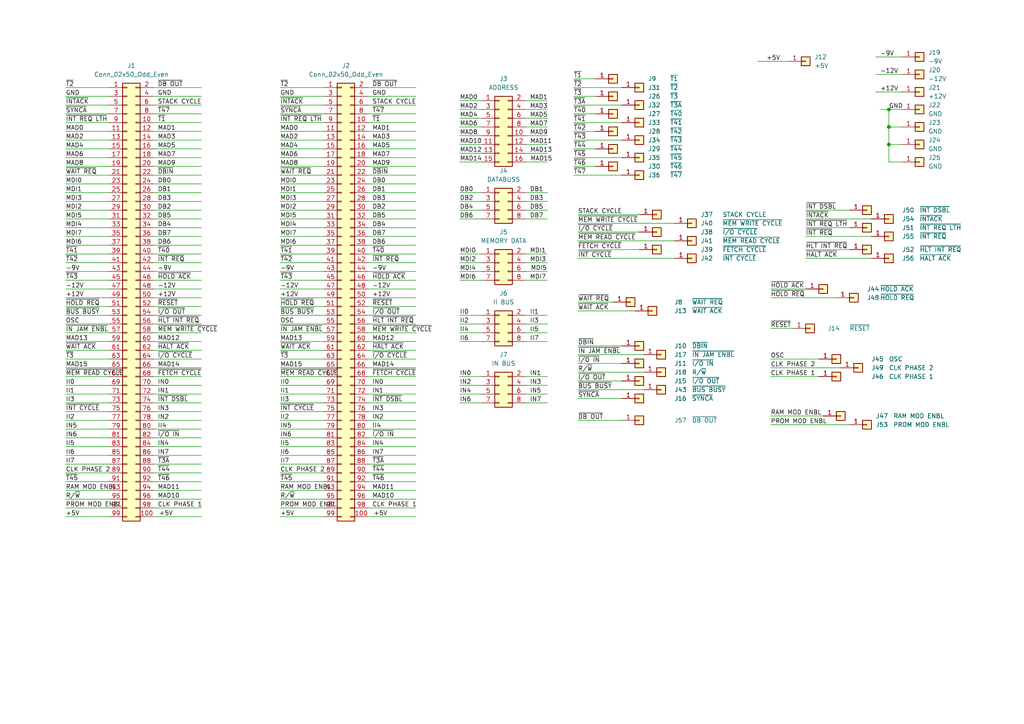
<source format=kicad_sch>
(kicad_sch (version 20211123) (generator eeschema)
  (paper "A4")
  (junction (at 257.81 31.75))
  (junction (at 257.81 41.91))
  (junction (at 257.81 36.83))
  (wire (pts (xy 167.64 67.31) (xy 185.42 67.31)))
  (wire (pts (xy 158.75 114.3) (xy 152.4 114.3)))
  (wire (pts (xy 81.28 45.72) (xy 93.98 45.72)))
  (wire (pts (xy 233.68 68.58) (xy 252.73 68.58)))
  (wire (pts (xy 257.81 41.91) (xy 257.81 36.83)))
  (wire (pts (xy 19.05 68.58) (xy 31.75 68.58)))
  (wire (pts (xy 19.05 139.7) (xy 31.75 139.7)))
  (wire (pts (xy 223.52 86.36) (xy 242.57 86.36)))
  (wire (pts (xy 139.7 29.21) (xy 133.35 29.21)))
  (wire (pts (xy 106.68 71.12) (xy 120.65 71.12)))
  (wire (pts (xy 81.28 86.36) (xy 93.98 86.36)))
  (wire (pts (xy 81.28 81.28) (xy 93.98 81.28)))
  (wire (pts (xy 19.05 55.88) (xy 31.75 55.88)))
  (wire (pts (xy 81.28 137.16) (xy 93.98 137.16)))
  (wire (pts (xy 44.45 124.46) (xy 58.42 124.46)))
  (wire (pts (xy 106.68 27.94) (xy 120.65 27.94)))
  (wire (pts (xy 81.28 149.86) (xy 93.98 149.86)))
  (wire (pts (xy 44.45 149.86) (xy 58.42 149.86)))
  (wire (pts (xy 44.45 30.48) (xy 58.42 30.48)))
  (wire (pts (xy 166.37 25.4) (xy 180.34 25.4)))
  (wire (pts (xy 19.05 99.06) (xy 31.75 99.06)))
  (wire (pts (xy 81.28 119.38) (xy 93.98 119.38)))
  (wire (pts (xy 19.05 93.98) (xy 31.75 93.98)))
  (wire (pts (xy 19.05 132.08) (xy 31.75 132.08)))
  (wire (pts (xy 106.68 43.18) (xy 120.65 43.18)))
  (wire (pts (xy 19.05 88.9) (xy 31.75 88.9)))
  (wire (pts (xy 106.68 139.7) (xy 120.65 139.7)))
  (wire (pts (xy 19.05 40.64) (xy 31.75 40.64)))
  (wire (pts (xy 106.68 91.44) (xy 120.65 91.44)))
  (wire (pts (xy 81.28 93.98) (xy 93.98 93.98)))
  (wire (pts (xy 139.7 111.76) (xy 133.35 111.76)))
  (wire (pts (xy 44.45 76.2) (xy 58.42 76.2)))
  (wire (pts (xy 172.72 22.86) (xy 166.37 22.86)))
  (wire (pts (xy 139.7 116.84) (xy 133.35 116.84)))
  (wire (pts (xy 106.68 142.24) (xy 120.65 142.24)))
  (wire (pts (xy 44.45 27.94) (xy 58.42 27.94)))
  (wire (pts (xy 219.71 17.78) (xy 228.6 17.78)))
  (wire (pts (xy 172.72 48.26) (xy 166.37 48.26)))
  (wire (pts (xy 19.05 142.24) (xy 31.75 142.24)))
  (wire (pts (xy 167.64 87.63) (xy 177.8 87.63)))
  (wire (pts (xy 166.37 30.48) (xy 180.34 30.48)))
  (wire (pts (xy 106.68 30.48) (xy 120.65 30.48)))
  (wire (pts (xy 139.7 39.37) (xy 133.35 39.37)))
  (wire (pts (xy 223.52 104.14) (xy 237.49 104.14)))
  (wire (pts (xy 167.64 62.23) (xy 185.42 62.23)))
  (wire (pts (xy 257.81 36.83) (xy 257.81 31.75)))
  (wire (pts (xy 106.68 35.56) (xy 120.65 35.56)))
  (wire (pts (xy 44.45 147.32) (xy 58.42 147.32)))
  (wire (pts (xy 81.28 48.26) (xy 93.98 48.26)))
  (wire (pts (xy 44.45 93.98) (xy 58.42 93.98)))
  (wire (pts (xy 19.05 60.96) (xy 31.75 60.96)))
  (wire (pts (xy 158.75 44.45) (xy 152.4 44.45)))
  (wire (pts (xy 223.52 106.68) (xy 243.84 106.68)))
  (wire (pts (xy 19.05 86.36) (xy 31.75 86.36)))
  (wire (pts (xy 158.75 63.5) (xy 152.4 63.5)))
  (wire (pts (xy 81.28 101.6) (xy 93.98 101.6)))
  (wire (pts (xy 158.75 31.75) (xy 152.4 31.75)))
  (wire (pts (xy 139.7 93.98) (xy 133.35 93.98)))
  (wire (pts (xy 139.7 46.99) (xy 133.35 46.99)))
  (wire (pts (xy 44.45 134.62) (xy 58.42 134.62)))
  (wire (pts (xy 44.45 45.72) (xy 58.42 45.72)))
  (wire (pts (xy 106.68 93.98) (xy 120.65 93.98)))
  (wire (pts (xy 158.75 73.66) (xy 152.4 73.66)))
  (wire (pts (xy 19.05 101.6) (xy 31.75 101.6)))
  (wire (pts (xy 139.7 34.29) (xy 133.35 34.29)))
  (wire (pts (xy 106.68 104.14) (xy 120.65 104.14)))
  (wire (pts (xy 81.28 147.32) (xy 93.98 147.32)))
  (wire (pts (xy 172.72 33.02) (xy 166.37 33.02)))
  (wire (pts (xy 81.28 88.9) (xy 93.98 88.9)))
  (wire (pts (xy 81.28 127) (xy 93.98 127)))
  (wire (pts (xy 81.28 96.52) (xy 93.98 96.52)))
  (wire (pts (xy 106.68 68.58) (xy 120.65 68.58)))
  (wire (pts (xy 81.28 27.94) (xy 93.98 27.94)))
  (wire (pts (xy 81.28 109.22) (xy 93.98 109.22)))
  (wire (pts (xy 158.75 60.96) (xy 152.4 60.96)))
  (wire (pts (xy 19.05 58.42) (xy 31.75 58.42)))
  (wire (pts (xy 106.68 58.42) (xy 120.65 58.42)))
  (wire (pts (xy 257.81 31.75) (xy 261.62 31.75)))
  (wire (pts (xy 167.64 72.39) (xy 185.42 72.39)))
  (wire (pts (xy 44.45 127) (xy 58.42 127)))
  (wire (pts (xy 166.37 35.56) (xy 180.34 35.56)))
  (wire (pts (xy 44.45 53.34) (xy 58.42 53.34)))
  (wire (pts (xy 233.68 60.96) (xy 246.38 60.96)))
  (wire (pts (xy 19.05 119.38) (xy 31.75 119.38)))
  (wire (pts (xy 158.75 39.37) (xy 152.4 39.37)))
  (wire (pts (xy 106.68 76.2) (xy 120.65 76.2)))
  (wire (pts (xy 81.28 38.1) (xy 93.98 38.1)))
  (wire (pts (xy 81.28 25.4) (xy 93.98 25.4)))
  (wire (pts (xy 19.05 73.66) (xy 31.75 73.66)))
  (wire (pts (xy 172.72 38.1) (xy 166.37 38.1)))
  (wire (pts (xy 106.68 119.38) (xy 120.65 119.38)))
  (wire (pts (xy 44.45 66.04) (xy 58.42 66.04)))
  (wire (pts (xy 81.28 144.78) (xy 93.98 144.78)))
  (wire (pts (xy 81.28 83.82) (xy 93.98 83.82)))
  (wire (pts (xy 81.28 99.06) (xy 93.98 99.06)))
  (wire (pts (xy 44.45 73.66) (xy 58.42 73.66)))
  (wire (pts (xy 81.28 63.5) (xy 93.98 63.5)))
  (wire (pts (xy 139.7 109.22) (xy 133.35 109.22)))
  (wire (pts (xy 106.68 83.82) (xy 120.65 83.82)))
  (wire (pts (xy 257.81 41.91) (xy 261.62 41.91)))
  (wire (pts (xy 19.05 33.02) (xy 31.75 33.02)))
  (wire (pts (xy 139.7 73.66) (xy 133.35 73.66)))
  (wire (pts (xy 19.05 106.68) (xy 31.75 106.68)))
  (wire (pts (xy 44.45 33.02) (xy 58.42 33.02)))
  (wire (pts (xy 167.64 100.33) (xy 180.34 100.33)))
  (wire (pts (xy 81.28 134.62) (xy 93.98 134.62)))
  (wire (pts (xy 158.75 91.44) (xy 152.4 91.44)))
  (wire (pts (xy 81.28 124.46) (xy 93.98 124.46)))
  (wire (pts (xy 158.75 111.76) (xy 152.4 111.76)))
  (wire (pts (xy 81.28 73.66) (xy 93.98 73.66)))
  (wire (pts (xy 81.28 43.18) (xy 93.98 43.18)))
  (wire (pts (xy 19.05 53.34) (xy 31.75 53.34)))
  (wire (pts (xy 139.7 36.83) (xy 133.35 36.83)))
  (wire (pts (xy 19.05 111.76) (xy 31.75 111.76)))
  (wire (pts (xy 81.28 58.42) (xy 93.98 58.42)))
  (wire (pts (xy 167.64 64.77) (xy 195.58 64.77)))
  (wire (pts (xy 166.37 50.8) (xy 180.34 50.8)))
  (wire (pts (xy 158.75 96.52) (xy 152.4 96.52)))
  (wire (pts (xy 158.75 36.83) (xy 152.4 36.83)))
  (wire (pts (xy 106.68 147.32) (xy 120.65 147.32)))
  (wire (pts (xy 44.45 48.26) (xy 58.42 48.26)))
  (wire (pts (xy 172.72 27.94) (xy 166.37 27.94)))
  (wire (pts (xy 139.7 31.75) (xy 133.35 31.75)))
  (wire (pts (xy 44.45 109.22) (xy 58.42 109.22)))
  (wire (pts (xy 106.68 137.16) (xy 120.65 137.16)))
  (wire (pts (xy 139.7 76.2) (xy 133.35 76.2)))
  (wire (pts (xy 139.7 60.96) (xy 133.35 60.96)))
  (wire (pts (xy 166.37 45.72) (xy 180.34 45.72)))
  (wire (pts (xy 19.05 66.04) (xy 31.75 66.04)))
  (wire (pts (xy 106.68 129.54) (xy 120.65 129.54)))
  (wire (pts (xy 44.45 101.6) (xy 58.42 101.6)))
  (wire (pts (xy 44.45 50.8) (xy 58.42 50.8)))
  (wire (pts (xy 139.7 58.42) (xy 133.35 58.42)))
  (wire (pts (xy 44.45 43.18) (xy 58.42 43.18)))
  (wire (pts (xy 19.05 63.5) (xy 31.75 63.5)))
  (wire (pts (xy 44.45 96.52) (xy 58.42 96.52)))
  (wire (pts (xy 81.28 139.7) (xy 93.98 139.7)))
  (wire (pts (xy 139.7 41.91) (xy 133.35 41.91)))
  (wire (pts (xy 233.68 74.93) (xy 252.73 74.93)))
  (wire (pts (xy 106.68 45.72) (xy 120.65 45.72)))
  (wire (pts (xy 139.7 99.06) (xy 133.35 99.06)))
  (wire (pts (xy 106.68 109.22) (xy 120.65 109.22)))
  (wire (pts (xy 158.75 93.98) (xy 152.4 93.98)))
  (wire (pts (xy 106.68 63.5) (xy 120.65 63.5)))
  (wire (pts (xy 106.68 38.1) (xy 120.65 38.1)))
  (wire (pts (xy 106.68 25.4) (xy 120.65 25.4)))
  (wire (pts (xy 44.45 111.76) (xy 58.42 111.76)))
  (wire (pts (xy 44.45 91.44) (xy 58.42 91.44)))
  (wire (pts (xy 19.05 104.14) (xy 31.75 104.14)))
  (wire (pts (xy 106.68 124.46) (xy 120.65 124.46)))
  (wire (pts (xy 223.52 83.82) (xy 233.68 83.82)))
  (wire (pts (xy 44.45 114.3) (xy 58.42 114.3)))
  (wire (pts (xy 106.68 33.02) (xy 120.65 33.02)))
  (wire (pts (xy 139.7 91.44) (xy 133.35 91.44)))
  (wire (pts (xy 81.28 35.56) (xy 93.98 35.56)))
  (wire (pts (xy 261.62 46.99) (xy 257.81 46.99)))
  (wire (pts (xy 158.75 34.29) (xy 152.4 34.29)))
  (wire (pts (xy 19.05 147.32) (xy 31.75 147.32)))
  (wire (pts (xy 167.64 121.92) (xy 180.34 121.92)))
  (wire (pts (xy 44.45 129.54) (xy 58.42 129.54)))
  (wire (pts (xy 44.45 142.24) (xy 58.42 142.24)))
  (wire (pts (xy 139.7 78.74) (xy 133.35 78.74)))
  (wire (pts (xy 19.05 127) (xy 31.75 127)))
  (wire (pts (xy 19.05 137.16) (xy 31.75 137.16)))
  (wire (pts (xy 44.45 99.06) (xy 58.42 99.06)))
  (wire (pts (xy 44.45 139.7) (xy 58.42 139.7)))
  (wire (pts (xy 106.68 55.88) (xy 120.65 55.88)))
  (wire (pts (xy 19.05 30.48) (xy 31.75 30.48)))
  (wire (pts (xy 81.28 30.48) (xy 93.98 30.48)))
  (wire (pts (xy 19.05 71.12) (xy 31.75 71.12)))
  (wire (pts (xy 167.64 113.03) (xy 186.69 113.03)))
  (wire (pts (xy 106.68 101.6) (xy 120.65 101.6)))
  (wire (pts (xy 44.45 144.78) (xy 58.42 144.78)))
  (wire (pts (xy 106.68 144.78) (xy 120.65 144.78)))
  (wire (pts (xy 44.45 35.56) (xy 58.42 35.56)))
  (wire (pts (xy 44.45 81.28) (xy 58.42 81.28)))
  (wire (pts (xy 106.68 48.26) (xy 120.65 48.26)))
  (wire (pts (xy 158.75 99.06) (xy 152.4 99.06)))
  (wire (pts (xy 19.05 43.18) (xy 31.75 43.18)))
  (wire (pts (xy 19.05 134.62) (xy 31.75 134.62)))
  (wire (pts (xy 106.68 86.36) (xy 120.65 86.36)))
  (wire (pts (xy 44.45 88.9) (xy 58.42 88.9)))
  (wire (pts (xy 81.28 50.8) (xy 93.98 50.8)))
  (wire (pts (xy 44.45 60.96) (xy 58.42 60.96)))
  (wire (pts (xy 19.05 48.26) (xy 31.75 48.26)))
  (wire (pts (xy 19.05 124.46) (xy 31.75 124.46)))
  (wire (pts (xy 44.45 58.42) (xy 58.42 58.42)))
  (wire (pts (xy 19.05 45.72) (xy 31.75 45.72)))
  (wire (pts (xy 44.45 104.14) (xy 58.42 104.14)))
  (wire (pts (xy 44.45 40.64) (xy 58.42 40.64)))
  (wire (pts (xy 233.68 63.5) (xy 252.73 63.5)))
  (wire (pts (xy 44.45 78.74) (xy 58.42 78.74)))
  (wire (pts (xy 158.75 41.91) (xy 152.4 41.91)))
  (wire (pts (xy 223.52 109.22) (xy 237.49 109.22)))
  (wire (pts (xy 44.45 71.12) (xy 58.42 71.12)))
  (wire (pts (xy 106.68 149.86) (xy 120.65 149.86)))
  (wire (pts (xy 44.45 137.16) (xy 58.42 137.16)))
  (wire (pts (xy 19.05 144.78) (xy 31.75 144.78)))
  (wire (pts (xy 255.27 31.75) (xy 257.81 31.75)))
  (wire (pts (xy 44.45 116.84) (xy 58.42 116.84)))
  (wire (pts (xy 19.05 91.44) (xy 31.75 91.44)))
  (wire (pts (xy 106.68 127) (xy 120.65 127)))
  (wire (pts (xy 158.75 109.22) (xy 152.4 109.22)))
  (wire (pts (xy 167.64 74.93) (xy 195.58 74.93)))
  (wire (pts (xy 158.75 81.28) (xy 152.4 81.28)))
  (wire (pts (xy 81.28 116.84) (xy 93.98 116.84)))
  (wire (pts (xy 19.05 76.2) (xy 31.75 76.2)))
  (wire (pts (xy 44.45 119.38) (xy 58.42 119.38)))
  (wire (pts (xy 139.7 63.5) (xy 133.35 63.5)))
  (wire (pts (xy 19.05 129.54) (xy 31.75 129.54)))
  (wire (pts (xy 81.28 104.14) (xy 93.98 104.14)))
  (wire (pts (xy 81.28 142.24) (xy 93.98 142.24)))
  (wire (pts (xy 19.05 81.28) (xy 31.75 81.28)))
  (wire (pts (xy 158.75 58.42) (xy 152.4 58.42)))
  (wire (pts (xy 81.28 33.02) (xy 93.98 33.02)))
  (wire (pts (xy 44.45 86.36) (xy 58.42 86.36)))
  (wire (pts (xy 81.28 68.58) (xy 93.98 68.58)))
  (wire (pts (xy 81.28 71.12) (xy 93.98 71.12)))
  (wire (pts (xy 158.75 55.88) (xy 152.4 55.88)))
  (wire (pts (xy 167.64 105.41) (xy 180.34 105.41)))
  (wire (pts (xy 106.68 81.28) (xy 120.65 81.28)))
  (wire (pts (xy 19.05 27.94) (xy 31.75 27.94)))
  (wire (pts (xy 139.7 81.28) (xy 133.35 81.28)))
  (wire (pts (xy 106.68 114.3) (xy 120.65 114.3)))
  (wire (pts (xy 81.28 55.88) (xy 93.98 55.88)))
  (wire (pts (xy 44.45 25.4) (xy 58.42 25.4)))
  (wire (pts (xy 81.28 40.64) (xy 93.98 40.64)))
  (wire (pts (xy 106.68 88.9) (xy 120.65 88.9)))
  (wire (pts (xy 106.68 99.06) (xy 120.65 99.06)))
  (wire (pts (xy 81.28 91.44) (xy 93.98 91.44)))
  (wire (pts (xy 257.81 46.99) (xy 257.81 41.91)))
  (wire (pts (xy 167.64 110.49) (xy 180.34 110.49)))
  (wire (pts (xy 44.45 68.58) (xy 58.42 68.58)))
  (wire (pts (xy 106.68 66.04) (xy 120.65 66.04)))
  (wire (pts (xy 233.68 72.39) (xy 246.38 72.39)))
  (wire (pts (xy 19.05 114.3) (xy 31.75 114.3)))
  (wire (pts (xy 106.68 106.68) (xy 120.65 106.68)))
  (wire (pts (xy 81.28 121.92) (xy 93.98 121.92)))
  (wire (pts (xy 223.52 120.65) (xy 238.76 120.65)))
  (wire (pts (xy 106.68 78.74) (xy 120.65 78.74)))
  (wire (pts (xy 81.28 60.96) (xy 93.98 60.96)))
  (wire (pts (xy 19.05 149.86) (xy 31.75 149.86)))
  (wire (pts (xy 139.7 55.88) (xy 133.35 55.88)))
  (wire (pts (xy 81.28 132.08) (xy 93.98 132.08)))
  (wire (pts (xy 254 16.51) (xy 261.62 16.51)))
  (wire (pts (xy 81.28 114.3) (xy 93.98 114.3)))
  (wire (pts (xy 254 21.59) (xy 261.62 21.59)))
  (wire (pts (xy 81.28 76.2) (xy 93.98 76.2)))
  (wire (pts (xy 167.64 115.57) (xy 180.34 115.57)))
  (wire (pts (xy 158.75 29.21) (xy 152.4 29.21)))
  (wire (pts (xy 19.05 25.4) (xy 31.75 25.4)))
  (wire (pts (xy 139.7 114.3) (xy 133.35 114.3)))
  (wire (pts (xy 167.64 69.85) (xy 195.58 69.85)))
  (wire (pts (xy 106.68 60.96) (xy 120.65 60.96)))
  (wire (pts (xy 44.45 106.68) (xy 58.42 106.68)))
  (wire (pts (xy 139.7 44.45) (xy 133.35 44.45)))
  (wire (pts (xy 158.75 78.74) (xy 152.4 78.74)))
  (wire (pts (xy 44.45 83.82) (xy 58.42 83.82)))
  (wire (pts (xy 19.05 35.56) (xy 31.75 35.56)))
  (wire (pts (xy 158.75 76.2) (xy 152.4 76.2)))
  (wire (pts (xy 19.05 83.82) (xy 31.75 83.82)))
  (wire (pts (xy 167.64 102.87) (xy 186.69 102.87)))
  (wire (pts (xy 106.68 50.8) (xy 120.65 50.8)))
  (wire (pts (xy 106.68 40.64) (xy 120.65 40.64)))
  (wire (pts (xy 44.45 121.92) (xy 58.42 121.92)))
  (wire (pts (xy 106.68 116.84) (xy 120.65 116.84)))
  (wire (pts (xy 166.37 40.64) (xy 180.34 40.64)))
  (wire (pts (xy 19.05 121.92) (xy 31.75 121.92)))
  (wire (pts (xy 19.05 50.8) (xy 31.75 50.8)))
  (wire (pts (xy 172.72 43.18) (xy 166.37 43.18)))
  (wire (pts (xy 223.52 95.25) (xy 229.87 95.25)))
  (wire (pts (xy 19.05 116.84) (xy 31.75 116.84)))
  (wire (pts (xy 44.45 55.88) (xy 58.42 55.88)))
  (wire (pts (xy 106.68 53.34) (xy 120.65 53.34)))
  (wire (pts (xy 167.64 90.17) (xy 184.15 90.17)))
  (wire (pts (xy 81.28 66.04) (xy 93.98 66.04)))
  (wire (pts (xy 44.45 132.08) (xy 58.42 132.08)))
  (wire (pts (xy 81.28 106.68) (xy 93.98 106.68)))
  (wire (pts (xy 81.28 129.54) (xy 93.98 129.54)))
  (wire (pts (xy 106.68 96.52) (xy 120.65 96.52)))
  (wire (pts (xy 106.68 73.66) (xy 120.65 73.66)))
  (wire (pts (xy 19.05 96.52) (xy 31.75 96.52)))
  (wire (pts (xy 19.05 109.22) (xy 31.75 109.22)))
  (wire (pts (xy 106.68 132.08) (xy 120.65 132.08)))
  (wire (pts (xy 233.68 66.04) (xy 246.38 66.04)))
  (wire (pts (xy 167.64 107.95) (xy 186.69 107.95)))
  (wire (pts (xy 44.45 63.5) (xy 58.42 63.5)))
  (wire (pts (xy 106.68 121.92) (xy 120.65 121.92)))
  (wire (pts (xy 81.28 53.34) (xy 93.98 53.34)))
  (wire (pts (xy 257.81 36.83) (xy 261.62 36.83)))
  (wire (pts (xy 81.28 78.74) (xy 93.98 78.74)))
  (wire (pts (xy 254 26.67) (xy 261.62 26.67)))
  (wire (pts (xy 81.28 111.76) (xy 93.98 111.76)))
  (wire (pts (xy 158.75 116.84) (xy 152.4 116.84)))
  (wire (pts (xy 19.05 38.1) (xy 31.75 38.1)))
  (wire (pts (xy 44.45 38.1) (xy 58.42 38.1)))
  (wire (pts (xy 223.52 123.19) (xy 246.38 123.19)))
  (wire (pts (xy 158.75 46.99) (xy 152.4 46.99)))
  (wire (pts (xy 106.68 111.76) (xy 120.65 111.76)))
  (wire (pts (xy 139.7 96.52) (xy 133.35 96.52)))
  (wire (pts (xy 19.05 78.74) (xy 31.75 78.74)))
  (wire (pts (xy 106.68 134.62) (xy 120.65 134.62)))
  (label "MAD1" (at 107.95 38.1 0))
  (label "~{T41}" (at 81.28 73.66 0))
  (label "~{T3}" (at 19.05 104.14 0))
  (label "~{INT REQ LTH}" (at 81.28 35.56 0))
  (label "~{INT REQ LTH}" (at 233.68 66.04 0))
  (label "DB4" (at 45.72 66.04 0))
  (label "~{T40}" (at 166.37 33.02 0))
  (label "~{WAIT ACK}" (at 19.05 101.6 0))
  (label "IN6" (at 81.28 127 0))
  (label "MDI5" (at 19.05 63.5 0))
  (label "~{INT REQ}" (at 45.72 76.2 0))
  (label "MDI6" (at 133.35 81.28 0))
  (label "IN7" (at 153.67 116.84 0))
  (label "II5" (at 153.67 96.52 0))
  (label "RAM MOD ENBL" (at 223.52 120.65 0))
  (label "~{I{slash}O CYCLE}" (at 107.95 104.14 0))
  (label "+12V" (at 19.05 86.36 0))
  (label "MAD13" (at 19.05 99.06 0))
  (label "~{DB OUT}" (at 167.64 121.92 0))
  (label "~{T46}" (at 107.95 139.7 0))
  (label "~{T42}" (at 166.37 38.1 0))
  (label "MAD13" (at 81.28 99.06 0))
  (label "DB0" (at 45.72 53.34 0))
  (label "II2" (at 19.05 121.92 0))
  (label "~{I{slash}O OUT}" (at 107.95 91.44 0))
  (label "~{HLT INT REQ}" (at 45.72 93.98 0))
  (label "~{MEM WRITE CYCLE}" (at 107.95 96.52 0))
  (label "II7" (at 153.67 99.06 0))
  (label "GND" (at 81.28 27.94 0))
  (label "IN2" (at 107.95 121.92 0))
  (label "IN0" (at 107.95 111.76 0))
  (label "IN4" (at 107.95 129.54 0))
  (label "MDI6" (at 19.05 71.12 0))
  (label "MAD0" (at 19.05 38.1 0))
  (label "II6" (at 133.35 99.06 0))
  (label "MDI5" (at 81.28 63.5 0))
  (label "II0" (at 133.35 91.44 0))
  (label "~{WAIT ACK}" (at 167.64 90.17 0))
  (label "MAD15" (at 81.28 106.68 0))
  (label "IN5" (at 153.67 114.3 0))
  (label "RAM MOD ENBL" (at 81.28 142.24 0))
  (label "~{I{slash}O IN}" (at 167.64 105.41 0))
  (label "II2" (at 133.35 93.98 0))
  (label "-12V" (at 255.27 21.59 0))
  (label "DB1" (at 45.72 55.88 0))
  (label "MAD8" (at 19.05 48.26 0))
  (label "MAD10" (at 107.95 144.78 0))
  (label "MDI7" (at 153.67 81.28 0))
  (label "MAD9" (at 107.95 48.26 0))
  (label "MAD4" (at 133.35 34.29 0))
  (label "CLK PHASE 2" (at 223.52 106.68 0))
  (label "~{BUS BUSY}" (at 167.64 113.03 0))
  (label "II3" (at 153.67 93.98 0))
  (label "II1" (at 81.28 114.3 0))
  (label "MDI7" (at 19.05 68.58 0))
  (label "MAD14" (at 107.95 106.68 0))
  (label "IN6" (at 19.05 127 0))
  (label "~{T2}" (at 19.05 25.4 0))
  (label "~{T47}" (at 45.72 33.02 0))
  (label "MAD12" (at 107.95 99.06 0))
  (label "+5V" (at 19.05 149.86 0))
  (label "~{INTACK}" (at 19.05 30.48 0))
  (label "II1" (at 19.05 114.3 0))
  (label "~{HOLD ACK}" (at 223.52 83.82 0))
  (label "~{WAIT REQ}" (at 81.28 50.8 0))
  (label "MAD3" (at 45.72 40.64 0))
  (label "MAD8" (at 81.28 48.26 0))
  (label "~{T46}" (at 45.72 139.7 0))
  (label "CLK PHASE 2" (at 81.28 137.16 0))
  (label "II4" (at 133.35 96.52 0))
  (label "DB3" (at 107.95 58.42 0))
  (label "~{I{slash}O OUT}" (at 45.72 91.44 0))
  (label "IN1" (at 153.67 109.22 0))
  (label "~{INTACK}" (at 233.68 63.5 0))
  (label "~{T44}" (at 45.72 137.16 0))
  (label "MAD0" (at 133.35 29.21 0))
  (label "~{T42}" (at 81.28 76.2 0))
  (label "~{SYNCA}" (at 81.28 33.02 0))
  (label "MAD15" (at 19.05 106.68 0))
  (label "II0" (at 19.05 111.76 0))
  (label "MAD10" (at 45.72 144.78 0))
  (label "~{FETCH CYCLE}" (at 167.64 72.39 0))
  (label "MAD1" (at 45.72 38.1 0))
  (label "II4" (at 107.95 124.46 0))
  (label "~{T46}" (at 166.37 48.26 0))
  (label "CLK PHASE 1" (at 223.52 109.22 0))
  (label "PROM MOD ENBL" (at 223.52 123.19 0))
  (label "~{T3}" (at 166.37 27.94 0))
  (label "-9V" (at 107.95 78.74 0))
  (label "MAD10" (at 133.35 41.91 0))
  (label "II2" (at 81.28 121.92 0))
  (label "~{T43}" (at 19.05 81.28 0))
  (label "MDI6" (at 81.28 71.12 0))
  (label "MAD11" (at 45.72 142.24 0))
  (label "MAD14" (at 133.35 46.99 0))
  (label "-9V" (at 45.72 78.74 0))
  (label "DB3" (at 45.72 58.42 0))
  (label "+12V" (at 81.28 86.36 0))
  (label "~{T44}" (at 107.95 137.16 0))
  (label "~{T3A}" (at 107.95 134.62 0))
  (label "~{MEM WRITE CYCLE}" (at 167.64 64.77 0))
  (label "~{T1}" (at 166.37 22.86 0))
  (label "~{T41}" (at 19.05 73.66 0))
  (label "MAD1" (at 153.67 29.21 0))
  (label "II4" (at 45.72 124.46 0))
  (label "~{IN JAM ENBL}" (at 167.64 102.87 0))
  (label "MAD5" (at 107.95 43.18 0))
  (label "DB2" (at 133.35 58.42 0))
  (label "~{RESET}" (at 45.72 88.9 0))
  (label "IN0" (at 45.72 111.76 0))
  (label "MAD0" (at 81.28 38.1 0))
  (label "~{WAIT REQ}" (at 167.64 87.63 0))
  (label "MDI7" (at 81.28 68.58 0))
  (label "~{HOLD REQ}" (at 223.52 86.36 0))
  (label "DB1" (at 153.67 55.88 0))
  (label "~{FETCH CYCLE}" (at 45.72 109.22 0))
  (label "~{T47}" (at 166.37 50.8 0))
  (label "~{T40}" (at 107.95 73.66 0))
  (label "MDI4" (at 81.28 66.04 0))
  (label "+5V" (at 108.3269 149.86 0))
  (label "~{I{slash}O CYCLE}" (at 167.64 67.31 0))
  (label "MDI2" (at 19.05 60.96 0))
  (label "DB0" (at 133.35 55.88 0))
  (label "II5" (at 81.28 129.54 0))
  (label "MDI4" (at 133.35 78.74 0))
  (label "GND" (at 19.05 27.94 0))
  (label "II6" (at 19.05 132.08 0))
  (label "~{T3A}" (at 166.37 30.48 0))
  (label "~{T42}" (at 19.05 76.2 0))
  (label "IN4" (at 133.35 114.3 0))
  (label "DB6" (at 133.35 63.5 0))
  (label "DB5" (at 45.72 63.5 0))
  (label "~{I{slash}O CYCLE}" (at 45.72 104.14 0))
  (label "~{INT REQ}" (at 107.95 76.2 0))
  (label "DB5" (at 107.95 63.5 0))
  (label "CLK PHASE 1" (at 45.72 147.32 0))
  (label "IN5" (at 19.05 124.46 0))
  (label "~{DBIN}" (at 45.72 50.8 0))
  (label "~{DBIN}" (at 167.64 100.33 0))
  (label "IN4" (at 45.72 129.54 0))
  (label "RAM MOD ENBL" (at 19.05 142.24 0))
  (label "MDI3" (at 19.05 58.42 0))
  (label "MAD6" (at 19.05 45.72 0))
  (label "DB7" (at 153.67 63.5 0))
  (label "MAD2" (at 81.28 40.64 0))
  (label "MDI5" (at 153.907 78.74 0))
  (label "+5V" (at 81.28 149.86 0))
  (label "MAD4" (at 81.28 43.18 0))
  (label "~{MEM WRITE CYCLE}" (at 45.72 96.52 0))
  (label "MDI4" (at 19.05 66.04 0))
  (label "DB1" (at 107.95 55.88 0))
  (label "~{INTACK}" (at 81.28 30.48 0))
  (label "PROM MOD ENBL" (at 81.28 147.32 0))
  (label "CLK PHASE 2" (at 19.05 137.16 0))
  (label "II6" (at 81.28 132.08 0))
  (label "MAD3" (at 107.95 40.64 0))
  (label "~{T1}" (at 45.72 35.56 0))
  (label "~{T1}" (at 107.95 35.56 0))
  (label "II0" (at 81.28 111.76 0))
  (label "~{HLT INT REQ}" (at 107.95 93.98 0))
  (label "OSC" (at 81.28 93.98 0))
  (label "~{T3}" (at 81.28 104.14 0))
  (label "DB6" (at 107.95 71.12 0))
  (label "~{DB OUT}" (at 107.95 25.4 0))
  (label "IN3" (at 107.95 119.38 0))
  (label "~{T41}" (at 166.37 35.56 0))
  (label "~{FETCH CYCLE}" (at 107.95 109.22 0))
  (label "II3" (at 81.28 116.84 0))
  (label "MAD14" (at 45.72 106.68 0))
  (label "DB6" (at 45.72 71.12 0))
  (label "~{T3A}" (at 45.72 134.62 0))
  (label "~{MEM READ CYCLE}" (at 81.28 109.22 0))
  (label "DB5" (at 153.67 60.96 0))
  (label "~{INT REQ}" (at 233.68 68.58 0))
  (label "IN5" (at 81.28 124.46 0))
  (label "STACK CYCLE" (at 107.95 30.48 0))
  (label "~{MEM READ CYCLE}" (at 19.05 109.22 0))
  (label "~{DB OUT}" (at 45.72 25.4 0))
  (label "R{slash}~{W}" (at 81.28 144.78 0))
  (label "~{T45}" (at 81.28 139.7 0))
  (label "+12V" (at 107.95 86.36 0))
  (label "MDI0" (at 19.05 53.34 0))
  (label "OSC" (at 223.52 104.14 0))
  (label "II7" (at 19.05 134.62 0))
  (label "~{HALT ACK}" (at 45.72 101.6 0))
  (label "DB7" (at 45.72 68.58 0))
  (label "DB4" (at 107.95 66.04 0))
  (label "II3" (at 19.05 116.84 0))
  (label "OSC" (at 19.05 93.98 0))
  (label "-12V" (at 107.95 83.82 0))
  (label "+12V" (at 45.72 86.36 0))
  (label "~{T2}" (at 166.37 25.4 0))
  (label "IN0" (at 133.35 109.22 0))
  (label "MAD12" (at 133.35 44.45 0))
  (label "MAD8" (at 133.35 39.37 0))
  (label "~{T45}" (at 19.05 139.7 0))
  (label "MAD13" (at 153.7281 44.45 0))
  (label "MDI1" (at 81.28 55.88 0))
  (label "~{T45}" (at 166.37 45.72 0))
  (label "MDI1" (at 19.05 55.88 0))
  (label "IN1" (at 45.72 114.3 0))
  (label "MAD2" (at 19.05 40.64 0))
  (label "IN2" (at 133.35 111.76 0))
  (label "~{BUS BUSY}" (at 19.05 91.44 0))
  (label "-9V" (at 255.27 16.51 0))
  (label "MAD12" (at 45.72 99.06 0))
  (label "IN1" (at 107.95 114.3 0))
  (label "~{T2}" (at 81.28 25.4 0))
  (label "DB2" (at 45.72 60.96 0))
  (label "~{WAIT REQ}" (at 19.05 50.8 0))
  (label "~{IN JAM ENBL}" (at 19.05 96.52 0))
  (label "IN7" (at 107.95 132.08 0))
  (label "GND" (at 45.72 27.94 0))
  (label "DB2" (at 107.95 60.96 0))
  (label "~{I{slash}O IN}" (at 107.95 127 0))
  (label "IN6" (at 133.35 116.84 0))
  (label "~{INT DSBL}" (at 107.95 116.84 0))
  (label "MDI3" (at 81.28 58.42 0))
  (label "MDI3" (at 153.67 76.2 0))
  (label "CLK PHASE 1" (at 107.95 147.32 0))
  (label "MAD9" (at 45.72 48.26 0))
  (label "+5V" (at 46.0969 149.86 0))
  (label "MAD7" (at 107.95 45.72 0))
  (label "~{T43}" (at 81.28 81.28 0))
  (label "MDI1" (at 153.67 73.66 0))
  (label "~{INT CYCLE}" (at 167.64 74.93 0))
  (label "PROM MOD ENBL" (at 19.05 147.32 0))
  (label "MAD7" (at 153.67 36.83 0))
  (label "MAD11" (at 153.7281 41.91 0))
  (label "STACK CYCLE" (at 45.72 30.48 0))
  (label "~{HOLD REQ}" (at 19.05 88.9 0))
  (label "-12V" (at 45.72 83.82 0))
  (label "~{IN JAM ENBL}" (at 81.28 96.52 0))
  (label "~{I{slash}O OUT}" (at 167.64 110.49 0))
  (label "IN3" (at 45.72 119.38 0))
  (label "DB0" (at 107.95 53.34 0))
  (label "~{HOLD REQ}" (at 81.28 88.9 0))
  (label "II1" (at 153.67 91.44 0))
  (label "MAD9" (at 153.67 39.37 0))
  (label "-12V" (at 19.05 83.82 0))
  (label "MAD2" (at 133.35 31.75 0))
  (label "~{T40}" (at 45.72 73.66 0))
  (label "~{RESET}" (at 223.52 95.25 0))
  (label "MAD5" (at 45.72 43.18 0))
  (label "~{T47}" (at 107.95 33.02 0))
  (label "DB3" (at 153.67 58.42 0))
  (label "~{WAIT ACK}" (at 81.28 101.6 0))
  (label "II5" (at 19.05 129.54 0))
  (label "~{SYNCA}" (at 19.05 33.02 0))
  (label "MAD4" (at 19.05 43.18 0))
  (label "II7" (at 81.28 134.62 0))
  (label "MAD6" (at 133.35 36.83 0))
  (label "-9V" (at 19.05 78.74 0))
  (label "~{SYNCA}" (at 167.64 115.57 0))
  (label "MDI2" (at 133.35 76.2 0))
  (label "GND" (at 257.81 31.75 0))
  (label "~{INT REQ LTH}" (at 19.05 35.56 0))
  (label "~{HALT ACK}" (at 233.68 74.93 0))
  (label "MAD3" (at 153.67 31.75 0))
  (label "MAD6" (at 81.28 45.72 0))
  (label "GND" (at 107.95 27.94 0))
  (label "DB4" (at 133.35 60.96 0))
  (label "MDI0" (at 81.28 53.34 0))
  (label "~{BUS BUSY}" (at 81.28 91.44 0))
  (label "~{I{slash}O IN}" (at 45.72 127 0))
  (label "-12V" (at 81.28 83.82 0))
  (label "IN2" (at 45.72 121.92 0))
  (label "IN3" (at 153.67 111.76 0))
  (label "+12V" (at 255.27 26.67 0))
  (label "~{DBIN}" (at 107.95 50.8 0))
  (label "~{MEM READ CYCLE}" (at 167.64 69.85 0))
  (label "MAD11" (at 107.95 142.24 0))
  (label "~{INT DSBL}" (at 233.68 60.96 0))
  (label "MDI2" (at 81.28 60.96 0))
  (label "~{INT CYCLE}" (at 81.28 119.38 0))
  (label "~{HOLD ACK}" (at 45.72 81.28 0))
  (label "MAD7" (at 45.72 45.72 0))
  (label "~{HALT ACK}" (at 107.95 101.6 0))
  (label "MDI0" (at 133.35 73.66 0))
  (label "~{T44}" (at 166.37 43.18 0))
  (label "IN7" (at 45.72 132.08 0))
  (label "MAD5" (at 153.67 34.29 0))
  (label "R{slash}~{W}" (at 19.05 144.78 0))
  (label "~{INT CYCLE}" (at 19.05 119.38 0))
  (label "~{RESET}" (at 107.95 88.9 0))
  (label "MAD15" (at 153.7984 46.99 0))
  (label "STACK CYCLE" (at 167.64 62.23 0))
  (label "DB7" (at 107.95 68.58 0))
  (label "~{T43}" (at 166.37 40.64 0))
  (label "+5V" (at 222.25 17.78 0))
  (label "R{slash}~{W}" (at 167.64 107.95 0))
  (label "~{HOLD ACK}" (at 107.95 81.28 0))
  (label "~{INT DSBL}" (at 45.72 116.84 0))
  (label "~{HLT INT REQ}" (at 233.68 72.39 0))
  (label "-9V" (at 81.28 78.74 0))
  (symbol (lib_id "Connector_Generic:Conn_01x01") (at 251.46 72.39 0) (unit 1)
    (property "Reference" "J52" (at 261.62 72.39 0) (effects (justify left)))
    (property "Value" "~{HLT INT REQ}" (at 266.7 72.39 0) (effects (justify left)))
    (property "Footprint" "Connector_PinHeader_2.54mm:PinHeader_1x01_P2.54mm_Vertical" (effects hide))
  )
  (symbol (lib_id "Connector_Generic:Conn_01x01") (at 266.7 46.99 0) (unit 1)
    (property "Reference" "J25" (at 269.24 45.7199 0) (effects (justify left)))
    (property "Value" "GND" (at 269.24 48.2599 0) (effects (justify left)))
    (property "Footprint" "Connector_PinHeader_2.54mm:PinHeader_1x01_P2.54mm_Vertical" (effects hide))
  )
  (symbol (lib_id "Connector_Generic:Conn_01x01") (at 190.5 72.39 0) (unit 1)
    (property "Reference" "J39" (at 203.2 72.39 0) (effects (justify left)))
    (property "Value" "~{FETCH CYCLE}" (at 209.55 72.39 0) (effects (justify left)))
    (property "Footprint" "Connector_PinHeader_2.54mm:PinHeader_1x01_P2.54mm_Vertical" (effects hide))
  )
  (symbol (lib_id "Connector_Generic:Conn_01x01") (at 190.5 62.23 0) (unit 1)
    (property "Reference" "J37" (at 203.2 62.23 0) (effects (justify left)))
    (property "Value" "STACK CYCLE" (at 209.55 62.23 0) (effects (justify left)))
    (property "Footprint" "Connector_PinHeader_2.54mm:PinHeader_1x01_P2.54mm_Vertical" (effects hide))
  )
  (symbol (lib_id "Connector_Generic:Conn_01x01") (at 190.5 67.31 0) (unit 1)
    (property "Reference" "J38" (at 203.2 67.31 0) (effects (justify left)))
    (property "Value" "~{I/O CYCLE}" (at 209.55 67.31 0) (effects (justify left)))
    (property "Footprint" "Connector_PinHeader_2.54mm:PinHeader_1x01_P2.54mm_Vertical" (effects hide))
  )
  (symbol (lib_id "Connector_Generic:Conn_01x01") (at 177.8 33.02 0) (unit 1)
    (property "Reference" "J27" (at 187.96 33.02 0) (effects (justify left)))
    (property "Value" "~{T40}" (at 194.31 33.02 0) (effects (justify left)))
    (property "Footprint" "Connector_PinHeader_2.54mm:PinHeader_1x01_P2.54mm_Vertical" (effects hide))
  )
  (symbol (lib_id "Connector_Generic:Conn_01x01") (at 247.65 86.36 0) (unit 1)
    (property "Reference" "J48" (at 251.46 86.36 0) (effects (justify left)))
    (property "Value" "~{HOLD REQ}" (at 255.27 86.36 0) (effects (justify left)))
    (property "Footprint" "Connector_PinHeader_2.54mm:PinHeader_1x01_P2.54mm_Vertical" (effects hide))
  )
  (symbol (lib_id "Connector_Generic:Conn_01x01") (at 257.81 74.93 0) (unit 1)
    (property "Reference" "J56" (at 261.62 74.93 0) (effects (justify left)))
    (property "Value" "~{HALT ACK}" (at 266.7 74.93 0) (effects (justify left)))
    (property "Footprint" "Connector_PinHeader_2.54mm:PinHeader_1x01_P2.54mm_Vertical" (effects hide))
  )
  (symbol (lib_id "Connector_Generic:Conn_01x01") (at 182.88 87.63 0) (unit 1)
    (property "Reference" "J8" (at 195.58 87.63 0) (effects (justify left)))
    (property "Value" "~{WAIT REQ}" (at 200.66 87.63 0) (effects (justify left)))
    (property "Footprint" "Connector_PinHeader_2.54mm:PinHeader_1x01_P2.54mm_Vertical" (effects hide))
  )
  (symbol (lib_id "Connector_Generic:Conn_01x01") (at 266.7 41.91 0) (unit 1)
    (property "Reference" "J24" (at 269.24 40.6399 0) (effects (justify left)))
    (property "Value" "GND" (at 269.24 43.1799 0) (effects (justify left)))
    (property "Footprint" "Connector_PinHeader_2.54mm:PinHeader_1x01_P2.54mm_Vertical" (effects hide))
  )
  (symbol (lib_id "Connector_Generic:Conn_02x04_Odd_Even") (at 144.78 93.98 0) (unit 1)
    (property "Reference" "J6" (at 146.05 85.09 0))
    (property "Value" "II BUS" (at 146.05 87.63 0))
    (property "Footprint" "Connector_PinHeader_2.54mm:PinHeader_2x04_P2.54mm_Vertical" (effects hide))
  )
  (symbol (lib_id "Connector_Generic:Conn_01x01") (at 266.7 31.75 0) (unit 1)
    (property "Reference" "J22" (at 269.24 30.4799 0) (effects (justify left)))
    (property "Value" "GND" (at 269.24 33.0199 0) (effects (justify left)))
    (property "Footprint" "Connector_PinHeader_2.54mm:PinHeader_1x01_P2.54mm_Vertical" (effects hide))
  )
  (symbol (lib_id "Connector_Generic:Conn_01x01") (at 200.66 64.77 0) (unit 1)
    (property "Reference" "J40" (at 203.2 64.77 0) (effects (justify left)))
    (property "Value" "~{MEM WRITE CYCLE}" (at 209.55 64.77 0) (effects (justify left)))
    (property "Footprint" "Connector_PinHeader_2.54mm:PinHeader_1x01_P2.54mm_Vertical" (effects hide))
  )
  (symbol (lib_id "Connector_Generic:Conn_01x01") (at 251.46 123.19 0) (unit 1)
    (property "Reference" "J53" (at 254 123.19 0) (effects (justify left)))
    (property "Value" "PROM MOD ENBL" (at 259.08 123.19 0) (effects (justify left)))
    (property "Footprint" "Connector_PinHeader_2.54mm:PinHeader_1x01_P2.54mm_Vertical" (effects hide))
  )
  (symbol (lib_id "Connector_Generic:Conn_01x01") (at 185.42 100.33 0) (unit 1)
    (property "Reference" "J10" (at 195.58 100.33 0) (effects (justify left)))
    (property "Value" "~{DBIN}" (at 200.66 100.33 0) (effects (justify left)))
    (property "Footprint" "Connector_PinHeader_2.54mm:PinHeader_1x01_P2.54mm_Vertical" (effects hide))
  )
  (symbol (lib_id "MySymbols:Conn_02x50_Odd_Even") (at 36.83 73.66 0) (unit 1)
    (property "Reference" "J1" (at 38.1 19.05 0))
    (property "Value" "Conn_02x50_Odd_Even" (at 38.1 21.59 0))
    (property "Footprint" "Connector_PCBEdge:INTELLE8" (effects hide))
  )
  (symbol (lib_id "Connector_Generic:Conn_01x01") (at 189.23 90.17 0) (unit 1)
    (property "Reference" "J13" (at 195.58 90.17 0) (effects (justify left)))
    (property "Value" "~{WAIT ACK}" (at 200.66 90.17 0) (effects (justify left)))
    (property "Footprint" "Connector_PinHeader_2.54mm:PinHeader_1x01_P2.54mm_Vertical" (effects hide))
  )
  (symbol (lib_id "Connector_Generic:Conn_01x01") (at 185.42 121.92 0) (unit 1)
    (property "Reference" "J57" (at 195.58 121.92 0) (effects (justify left)))
    (property "Value" "~{DB OUT}" (at 200.66 121.92 0) (effects (justify left)))
    (property "Footprint" "Connector_PinHeader_2.54mm:PinHeader_1x01_P2.54mm_Vertical" (effects hide))
  )
  (symbol (lib_id "Connector_Generic:Conn_01x01") (at 243.84 120.65 0) (unit 1)
    (property "Reference" "J47" (at 254 120.65 0) (effects (justify left)))
    (property "Value" "RAM MOD ENBL" (at 259.08 120.65 0) (effects (justify left)))
    (property "Footprint" "Connector_PinHeader_2.54mm:PinHeader_1x01_P2.54mm_Vertical" (effects hide))
  )
  (symbol (lib_id "Connector_Generic:Conn_01x01") (at 242.57 109.22 0) (unit 1)
    (property "Reference" "J46" (at 252.73 109.22 0) (effects (justify left)))
    (property "Value" "CLK PHASE 1" (at 257.81 109.22 0) (effects (justify left)))
    (property "Footprint" "Connector_PinHeader_2.54mm:PinHeader_1x01_P2.54mm_Vertical" (effects hide))
  )
  (symbol (lib_id "Connector_Generic:Conn_01x01") (at 185.42 30.48 0) (unit 1)
    (property "Reference" "J32" (at 187.96 30.48 0) (effects (justify left)))
    (property "Value" "~{T3A}" (at 194.31 30.48 0) (effects (justify left)))
    (property "Footprint" "Connector_PinHeader_2.54mm:PinHeader_1x01_P2.54mm_Vertical" (effects hide))
  )
  (symbol (lib_id "Connector_Generic:Conn_01x01") (at 266.7 36.83 0) (unit 1)
    (property "Reference" "J23" (at 269.24 35.5599 0) (effects (justify left)))
    (property "Value" "GND" (at 269.24 38.0999 0) (effects (justify left)))
    (property "Footprint" "Connector_PinHeader_2.54mm:PinHeader_1x01_P2.54mm_Vertical" (effects hide))
  )
  (symbol (lib_id "Connector_Generic:Conn_02x04_Odd_Even") (at 144.78 58.42 0) (unit 1)
    (property "Reference" "J4" (at 146.05 49.53 0))
    (property "Value" "DATABUSS" (at 146.05 52.07 0))
    (property "Footprint" "Connector_PinHeader_2.54mm:PinHeader_2x04_P2.54mm_Vertical" (effects hide))
  )
  (symbol (lib_id "Connector_Generic:Conn_01x01") (at 257.81 68.58 0) (unit 1)
    (property "Reference" "J55" (at 261.62 68.58 0) (effects (justify left)))
    (property "Value" "~{INT REQ}" (at 266.7 68.58 0) (effects (justify left)))
    (property "Footprint" "Connector_PinHeader_2.54mm:PinHeader_1x01_P2.54mm_Vertical" (effects hide))
  )
  (symbol (lib_id "Connector_Generic:Conn_01x01") (at 266.7 21.59 0) (unit 1)
    (property "Reference" "J20" (at 269.24 20.3199 0) (effects (justify left)))
    (property "Value" "-12V" (at 269.24 22.8599 0) (effects (justify left)))
    (property "Footprint" "Connector_PinHeader_2.54mm:PinHeader_1x01_P2.54mm_Vertical" (effects hide))
  )
  (symbol (lib_id "Connector_Generic:Conn_01x01") (at 238.76 83.82 0) (unit 1)
    (property "Reference" "J44" (at 251.46 83.82 0) (effects (justify left)))
    (property "Value" "~{HOLD ACK}" (at 255.27 83.82 0) (effects (justify left)))
    (property "Footprint" "Connector_PinHeader_2.54mm:PinHeader_1x01_P2.54mm_Vertical" (effects hide))
  )
  (symbol (lib_id "Connector_Generic:Conn_01x01") (at 177.8 43.18 0) (unit 1)
    (property "Reference" "J29" (at 187.96 43.18 0) (effects (justify left)))
    (property "Value" "~{T44}" (at 194.31 43.18 0) (effects (justify left)))
    (property "Footprint" "Connector_PinHeader_2.54mm:PinHeader_1x01_P2.54mm_Vertical" (effects hide))
  )
  (symbol (lib_id "Connector_Generic:Conn_01x01") (at 251.46 66.04 0) (unit 1)
    (property "Reference" "J51" (at 261.62 66.04 0) (effects (justify left)))
    (property "Value" "~{INT REQ LTH}" (at 266.7 66.04 0) (effects (justify left)))
    (property "Footprint" "Connector_PinHeader_2.54mm:PinHeader_1x01_P2.54mm_Vertical" (effects hide))
  )
  (symbol (lib_id "Connector_Generic:Conn_01x01") (at 191.77 107.95 0) (unit 1)
    (property "Reference" "J18" (at 195.58 107.95 0) (effects (justify left)))
    (property "Value" "R/~{W}" (at 200.66 107.95 0) (effects (justify left)))
    (property "Footprint" "Connector_PinHeader_2.54mm:PinHeader_1x01_P2.54mm_Vertical" (effects hide))
  )
  (symbol (lib_id "Connector_Generic:Conn_01x01") (at 200.66 69.85 0) (unit 1)
    (property "Reference" "J41" (at 203.2 69.85 0) (effects (justify left)))
    (property "Value" "~{MEM READ CYCLE}" (at 209.55 69.85 0) (effects (justify left)))
    (property "Footprint" "Connector_PinHeader_2.54mm:PinHeader_1x01_P2.54mm_Vertical" (effects hide))
  )
  (symbol (lib_id "Connector_Generic:Conn_01x01") (at 185.42 40.64 0) (unit 1)
    (property "Reference" "J34" (at 187.96 40.64 0) (effects (justify left)))
    (property "Value" "~{T43}" (at 194.31 40.64 0) (effects (justify left)))
    (property "Footprint" "Connector_PinHeader_2.54mm:PinHeader_1x01_P2.54mm_Vertical" (effects hide))
  )
  (symbol (lib_id "Connector_Generic:Conn_01x01") (at 242.57 104.14 0) (unit 1)
    (property "Reference" "J45" (at 252.73 104.14 0) (effects (justify left)))
    (property "Value" "OSC" (at 257.81 104.14 0) (effects (justify left)))
    (property "Footprint" "Connector_PinHeader_2.54mm:PinHeader_1x01_P2.54mm_Vertical" (effects hide))
  )
  (symbol (lib_id "Connector_Generic:Conn_01x01") (at 177.8 27.94 0) (unit 1)
    (property "Reference" "J26" (at 187.96 27.94 0) (effects (justify left)))
    (property "Value" "~{T3}" (at 194.31 27.94 0) (effects (justify left)))
    (property "Footprint" "Connector_PinHeader_2.54mm:PinHeader_1x01_P2.54mm_Vertical" (effects hide))
  )
  (symbol (lib_id "Connector_Generic:Conn_01x01") (at 251.46 60.96 0) (unit 1)
    (property "Reference" "J50" (at 261.62 60.96 0) (effects (justify left)))
    (property "Value" "~{INT DSBL}" (at 266.7 60.96 0) (effects (justify left)))
    (property "Footprint" "Connector_PinHeader_2.54mm:PinHeader_1x01_P2.54mm_Vertical" (effects hide))
  )
  (symbol (lib_id "Connector_Generic:Conn_01x01") (at 185.42 110.49 0) (unit 1)
    (property "Reference" "J15" (at 195.58 110.49 0) (effects (justify left)))
    (property "Value" "~{I/O OUT}" (at 200.66 110.49 0) (effects (justify left)))
    (property "Footprint" "Connector_PinHeader_2.54mm:PinHeader_1x01_P2.54mm_Vertical" (effects hide))
  )
  (symbol (lib_id "Connector_Generic:Conn_01x01") (at 266.7 26.67 0) (unit 1)
    (property "Reference" "J21" (at 269.24 25.3999 0) (effects (justify left)))
    (property "Value" "+12V" (at 269.24 27.9399 0) (effects (justify left)))
    (property "Footprint" "Connector_PinHeader_2.54mm:PinHeader_1x01_P2.54mm_Vertical" (effects hide))
  )
  (symbol (lib_id "Connector_Generic:Conn_01x01") (at 266.7 16.51 0) (unit 1)
    (property "Reference" "J19" (at 269.24 15.2399 0) (effects (justify left)))
    (property "Value" "-9V" (at 269.24 17.7799 0) (effects (justify left)))
    (property "Footprint" "Connector_PinHeader_2.54mm:PinHeader_1x01_P2.54mm_Vertical" (effects hide))
  )
  (symbol (lib_id "Connector_Generic:Conn_01x01") (at 191.77 102.87 0) (unit 1)
    (property "Reference" "J17" (at 195.58 102.87 0) (effects (justify left)))
    (property "Value" "~{IN JAM ENBL}" (at 200.66 102.87 0) (effects (justify left)))
    (property "Footprint" "Connector_PinHeader_2.54mm:PinHeader_1x01_P2.54mm_Vertical" (effects hide))
  )
  (symbol (lib_id "Connector_Generic:Conn_01x01") (at 233.68 17.78 0) (unit 1)
    (property "Reference" "J12" (at 236.22 16.5099 0) (effects (justify left)))
    (property "Value" "+5V" (at 236.22 19.0499 0) (effects (justify left)))
    (property "Footprint" "Connector_PinHeader_2.54mm:PinHeader_1x01_P2.54mm_Vertical" (effects hide))
  )
  (symbol (lib_id "Connector_Generic:Conn_01x01") (at 185.42 45.72 0) (unit 1)
    (property "Reference" "J35" (at 187.96 45.72 0) (effects (justify left)))
    (property "Value" "~{T45}" (at 194.31 45.72 0) (effects (justify left)))
    (property "Footprint" "Connector_PinHeader_2.54mm:PinHeader_1x01_P2.54mm_Vertical" (effects hide))
  )
  (symbol (lib_id "Connector_Generic:Conn_01x01") (at 185.42 105.41 0) (unit 1)
    (property "Reference" "J11" (at 195.58 105.41 0) (effects (justify left)))
    (property "Value" "~{I/O IN}" (at 200.66 105.41 0) (effects (justify left)))
    (property "Footprint" "Connector_PinHeader_2.54mm:PinHeader_1x01_P2.54mm_Vertical" (effects hide))
  )
  (symbol (lib_id "Connector_Generic:Conn_01x01") (at 234.95 95.25 0) (unit 1)
    (property "Reference" "J14" (at 240.03 95.25 0) (effects (justify left)))
    (property "Value" "~{RESET}" (at 246.38 95.25 0) (effects (justify left)))
    (property "Footprint" "Connector_PinHeader_2.54mm:PinHeader_1x01_P2.54mm_Vertical" (effects hide))
  )
  (symbol (lib_id "Connector_Generic:Conn_02x08_Odd_Even") (at 144.78 36.83 0) (unit 1)
    (property "Reference" "J3" (at 146.05 22.86 0))
    (property "Value" "ADDRESS" (at 146.05 25.4 0))
    (property "Footprint" "Connector_PinHeader_2.54mm:PinHeader_2x08_P2.54mm_Vertical" (effects hide))
  )
  (symbol (lib_id "Connector_Generic:Conn_01x01") (at 257.81 63.5 0) (unit 1)
    (property "Reference" "J54" (at 261.62 63.5 0) (effects (justify left)))
    (property "Value" "~{INTACK}" (at 266.7 63.5 0) (effects (justify left)))
    (property "Footprint" "Connector_PinHeader_2.54mm:PinHeader_1x01_P2.54mm_Vertical" (effects hide))
  )
  (symbol (lib_id "Connector_Generic:Conn_01x01") (at 185.42 35.56 0) (unit 1)
    (property "Reference" "J33" (at 187.96 35.56 0) (effects (justify left)))
    (property "Value" "~{T41}" (at 194.31 35.56 0) (effects (justify left)))
    (property "Footprint" "Connector_PinHeader_2.54mm:PinHeader_1x01_P2.54mm_Vertical" (effects hide))
  )
  (symbol (lib_id "Connector_Generic:Conn_01x01") (at 177.8 38.1 0) (unit 1)
    (property "Reference" "J28" (at 187.96 38.1 0) (effects (justify left)))
    (property "Value" "~{T42}" (at 194.31 38.1 0) (effects (justify left)))
    (property "Footprint" "Connector_PinHeader_2.54mm:PinHeader_1x01_P2.54mm_Vertical" (effects hide))
  )
  (symbol (lib_id "Connector_Generic:Conn_02x04_Odd_Even") (at 144.78 76.2 0) (unit 1)
    (property "Reference" "J5" (at 146.05 67.31 0))
    (property "Value" "MEMORY DATA" (at 146.05 69.85 0))
    (property "Footprint" "Connector_PinHeader_2.54mm:PinHeader_2x04_P2.54mm_Vertical" (effects hide))
  )
  (symbol (lib_id "Connector_Generic:Conn_01x01") (at 191.77 113.03 0) (unit 1)
    (property "Reference" "J43" (at 195.58 113.03 0) (effects (justify left)))
    (property "Value" "~{BUS BUSY}" (at 200.66 113.03 0) (effects (justify left)))
    (property "Footprint" "Connector_PinHeader_2.54mm:PinHeader_1x01_P2.54mm_Vertical" (effects hide))
  )
  (symbol (lib_id "Connector_Generic:Conn_01x01") (at 200.66 74.93 0) (unit 1)
    (property "Reference" "J42" (at 203.2 74.93 0) (effects (justify left)))
    (property "Value" "~{INT CYCLE}" (at 209.55 74.93 0) (effects (justify left)))
    (property "Footprint" "Connector_PinHeader_2.54mm:PinHeader_1x01_P2.54mm_Vertical" (effects hide))
  )
  (symbol (lib_id "Connector_Generic:Conn_01x01") (at 177.8 48.26 0) (unit 1)
    (property "Reference" "J30" (at 187.96 48.26 0) (effects (justify left)))
    (property "Value" "~{T46}" (at 194.31 48.26 0) (effects (justify left)))
    (property "Footprint" "Connector_PinHeader_2.54mm:PinHeader_1x01_P2.54mm_Vertical" (effects hide))
  )
  (symbol (lib_id "Connector_Generic:Conn_01x01") (at 248.92 106.68 0) (unit 1)
    (property "Reference" "J49" (at 252.73 106.68 0) (effects (justify left)))
    (property "Value" "CLK PHASE 2" (at 257.81 106.68 0) (effects (justify left)))
    (property "Footprint" "Connector_PinHeader_2.54mm:PinHeader_1x01_P2.54mm_Vertical" (effects hide))
  )
  (symbol (lib_id "Connector_Generic:Conn_01x01") (at 185.42 25.4 0) (unit 1)
    (property "Reference" "J31" (at 187.96 25.4 0) (effects (justify left)))
    (property "Value" "~{T2}" (at 194.31 25.4 0) (effects (justify left)))
    (property "Footprint" "Connector_PinHeader_2.54mm:PinHeader_1x01_P2.54mm_Vertical" (effects hide))
  )
  (symbol (lib_id "Connector_Generic:Conn_01x01") (at 185.42 50.8 0) (unit 1)
    (property "Reference" "J36" (at 187.96 50.8 0) (effects (justify left)))
    (property "Value" "~{T47}" (at 194.31 50.8 0) (effects (justify left)))
    (property "Footprint" "Connector_PinHeader_2.54mm:PinHeader_1x01_P2.54mm_Vertical" (effects hide))
  )
  (symbol (lib_id "Connector_Generic:Conn_01x01") (at 185.42 115.57 0) (unit 1)
    (property "Reference" "J16" (at 195.58 115.57 0) (effects (justify left)))
    (property "Value" "~{SYNCA}" (at 200.66 115.57 0) (effects (justify left)))
    (property "Footprint" "Connector_PinHeader_2.54mm:PinHeader_1x01_P2.54mm_Vertical" (effects hide))
  )
  (symbol (lib_id "MySymbols:Conn_02x50_Odd_Even") (at 99.06 73.66 0) (unit 1)
    (property "Reference" "J2" (at 100.33 19.05 0))
    (property "Value" "Conn_02x50_Odd_Even" (at 100.33 21.59 0))
    (property "Footprint" "Connector_PCBEdge:INTELLE8_EXT" (effects hide))
  )
  (symbol (lib_id "Connector_Generic:Conn_02x04_Odd_Even") (at 144.78 111.76 0) (unit 1)
    (property "Reference" "J7" (at 146.05 102.87 0))
    (property "Value" "IN BUS" (at 146.05 105.41 0))
    (property "Footprint" "Connector_PinHeader_2.54mm:PinHeader_2x04_P2.54mm_Vertical" (effects hide))
  )
  (symbol (lib_id "Connector_Generic:Conn_01x01") (at 177.8 22.86 0) (unit 1)
    (property "Reference" "J9" (at 187.96 22.86 0) (effects (justify left)))
    (property "Value" "~{T1}" (at 194.31 22.86 0) (effects (justify left)))
    (property "Footprint" "Connector_PinHeader_2.54mm:PinHeader_1x01_P2.54mm_Vertical" (effects hide))
  )
)
</source>
